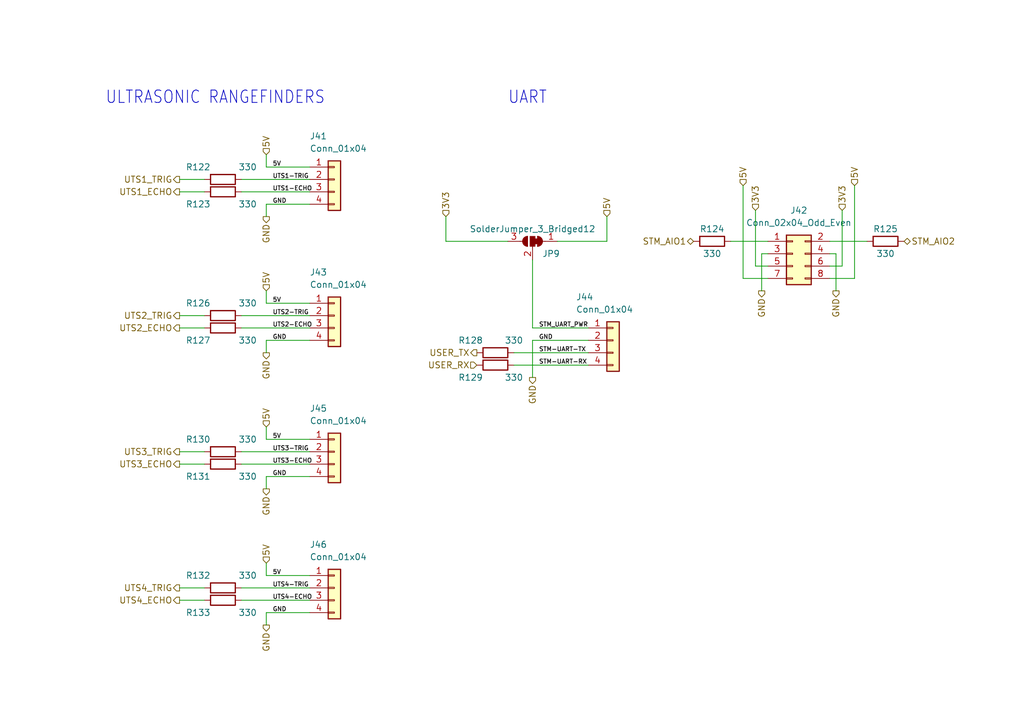
<source format=kicad_sch>
(kicad_sch (version 20211123) (generator eeschema)
  (paper "A5")
  (lib_symbols
    (symbol "Connector_Generic:Conn_01x04" (pin_names (offset 1.016) hide)
      (property "Reference" "J" (at 0 5.08 0))
      (property "Value" "Conn_01x04" (at 0 -7.62 0))
      (symbol "Conn_01x04_1_1"
        (rectangle (start -1.27 -4.953) (end 0 -5.207) (stroke (width 0.1524)))
        (rectangle (start -1.27 -2.413) (end 0 -2.667) (stroke (width 0.1524)))
        (rectangle (start -1.27 0.127) (end 0 -0.127) (stroke (width 0.1524)))
        (rectangle (start -1.27 2.667) (end 0 2.413) (stroke (width 0.1524)))
        (rectangle (start -1.27 3.81) (end 1.27 -6.35) (stroke (width 0.254)) (fill (type background)))
        (pin passive line (at -5.08 2.54 0) (length 3.81) (name "Pin_1") (number "1"))
        (pin passive line (at -5.08 0 0) (length 3.81) (name "Pin_2") (number "2"))
        (pin passive line (at -5.08 -2.54 0) (length 3.81) (name "Pin_3") (number "3"))
        (pin passive line (at -5.08 -5.08 0) (length 3.81) (name "Pin_4") (number "4"))
      )
    )
    (symbol "Connector_Generic:Conn_02x04_Odd_Even" (pin_names (offset 1.016) hide)
      (property "Reference" "J" (at 1.27 5.08 0))
      (property "Value" "Conn_02x04_Odd_Even" (at 1.27 -7.62 0))
      (symbol "Conn_02x04_Odd_Even_1_1"
        (rectangle (start -1.27 -4.953) (end 0 -5.207) (stroke (width 0.1524)))
        (rectangle (start -1.27 -2.413) (end 0 -2.667) (stroke (width 0.1524)))
        (rectangle (start -1.27 0.127) (end 0 -0.127) (stroke (width 0.1524)))
        (rectangle (start -1.27 2.667) (end 0 2.413) (stroke (width 0.1524)))
        (rectangle (start -1.27 3.81) (end 3.81 -6.35) (stroke (width 0.254)) (fill (type background)))
        (rectangle (start 3.81 -4.953) (end 2.54 -5.207) (stroke (width 0.1524)))
        (rectangle (start 3.81 -2.413) (end 2.54 -2.667) (stroke (width 0.1524)))
        (rectangle (start 3.81 0.127) (end 2.54 -0.127) (stroke (width 0.1524)))
        (rectangle (start 3.81 2.667) (end 2.54 2.413) (stroke (width 0.1524)))
        (pin passive line (at -5.08 2.54 0) (length 3.81) (name "Pin_1") (number "1"))
        (pin passive line (at 7.62 2.54 180) (length 3.81) (name "Pin_2") (number "2"))
        (pin passive line (at -5.08 0 0) (length 3.81) (name "Pin_3") (number "3"))
        (pin passive line (at 7.62 0 180) (length 3.81) (name "Pin_4") (number "4"))
        (pin passive line (at -5.08 -2.54 0) (length 3.81) (name "Pin_5") (number "5"))
        (pin passive line (at 7.62 -2.54 180) (length 3.81) (name "Pin_6") (number "6"))
        (pin passive line (at -5.08 -5.08 0) (length 3.81) (name "Pin_7") (number "7"))
        (pin passive line (at 7.62 -5.08 180) (length 3.81) (name "Pin_8") (number "8"))
      )
    )
    (symbol "Device:R" (pin_numbers hide) (pin_names (offset 0))
      (property "Reference" "R" (at 2.032 0 90))
      (property "Value" "R" (at 0 0 90))
      (symbol "R_0_1"
        (rectangle (start -1.016 -2.54) (end 1.016 2.54) (stroke (width 0.254)))
      )
      (symbol "R_1_1"
        (pin passive line (at 0 3.81 270) (length 1.27) (name "~") (number "1"))
        (pin passive line (at 0 -3.81 90) (length 1.27) (name "~") (number "2"))
      )
    )
    (symbol "Jumper:SolderJumper_3_Bridged12" (pin_names (offset 0) hide)
      (property "Reference" "JP" (at -2.54 -2.54 0))
      (property "Value" "SolderJumper_3_Bridged12" (at 0 2.794 0))
      (symbol "SolderJumper_3_Bridged12_0_1"
        (rectangle (start -1.016 0.508) (end -0.508 -0.508) (fill (type outline)))
        (arc (start -1.016 1.016) (mid -2.032 0) (end -1.016 -1.016))
        (arc (start -1.016 1.016) (mid -2.032 0) (end -1.016 -1.016) (fill (type outline)))
        (rectangle (start -0.508 1.016) (end 0.508 -1.016) (fill (type outline)))
        (polyline (pts (xy -2.54 0) (xy -2.032 0)))
        (polyline (pts (xy -1.016 1.016) (xy -1.016 -1.016)))
        (polyline (pts (xy 0 -1.27) (xy 0 -1.016)))
        (polyline (pts (xy 1.016 1.016) (xy 1.016 -1.016)))
        (polyline (pts (xy 2.54 0) (xy 2.032 0)))
        (arc (start 1.016 -1.016) (mid 2.032 0) (end 1.016 1.016))
        (arc (start 1.016 -1.016) (mid 2.032 0) (end 1.016 1.016) (fill (type outline)))
      )
      (symbol "SolderJumper_3_Bridged12_1_1"
        (pin passive line (at -5.08 0 0) (length 2.54) (name "A") (number "1"))
        (pin passive line (at 0 -3.81 90) (length 2.54) (name "C") (number "2"))
        (pin passive line (at 5.08 0 180) (length 2.54) (name "B") (number "3"))
      )
    )
  )
  (wire (pts (xy 54.61 97.79) (xy 54.61 100.33)))
  (wire (pts (xy 63.5 120.65) (xy 49.53 120.65)))
  (wire (pts (xy 157.48 54.61) (xy 154.94 54.61)))
  (wire (pts (xy 54.61 115.57) (xy 54.61 118.11)))
  (wire (pts (xy 172.72 54.61) (xy 170.18 54.61)))
  (wire (pts (xy 41.91 92.71) (xy 36.83 92.71)))
  (wire (pts (xy 120.65 67.31) (xy 109.22 67.31)))
  (wire (pts (xy 109.22 53.34) (xy 109.22 67.31)))
  (wire (pts (xy 63.5 41.91) (xy 54.61 41.91)))
  (wire (pts (xy 170.18 52.07) (xy 171.45 52.07)))
  (wire (pts (xy 124.46 44.45) (xy 124.46 49.53)))
  (wire (pts (xy 157.48 49.53) (xy 149.86 49.53)))
  (wire (pts (xy 63.5 64.77) (xy 49.53 64.77)))
  (wire (pts (xy 63.5 69.85) (xy 54.61 69.85)))
  (wire (pts (xy 63.5 67.31) (xy 49.53 67.31)))
  (wire (pts (xy 41.91 95.25) (xy 36.83 95.25)))
  (wire (pts (xy 157.48 52.07) (xy 156.21 52.07)))
  (wire (pts (xy 54.61 41.91) (xy 54.61 44.45)))
  (wire (pts (xy 172.72 43.18) (xy 172.72 54.61)))
  (wire (pts (xy 152.4 57.15) (xy 157.48 57.15)))
  (wire (pts (xy 63.5 123.19) (xy 49.53 123.19)))
  (wire (pts (xy 63.5 118.11) (xy 54.61 118.11)))
  (wire (pts (xy 41.91 67.31) (xy 36.83 67.31)))
  (wire (pts (xy 41.91 36.83) (xy 36.83 36.83)))
  (wire (pts (xy 41.91 120.65) (xy 36.83 120.65)))
  (wire (pts (xy 120.65 74.93) (xy 105.41 74.93)))
  (wire (pts (xy 124.46 49.53) (xy 114.3 49.53)))
  (wire (pts (xy 41.91 64.77) (xy 36.83 64.77)))
  (wire (pts (xy 63.5 125.73) (xy 54.61 125.73)))
  (wire (pts (xy 63.5 62.23) (xy 54.61 62.23)))
  (wire (pts (xy 63.5 90.17) (xy 54.61 90.17)))
  (wire (pts (xy 63.5 97.79) (xy 54.61 97.79)))
  (wire (pts (xy 54.61 87.63) (xy 54.61 90.17)))
  (wire (pts (xy 63.5 34.29) (xy 54.61 34.29)))
  (wire (pts (xy 171.45 52.07) (xy 171.45 59.69)))
  (wire (pts (xy 54.61 125.73) (xy 54.61 128.27)))
  (wire (pts (xy 170.18 57.15) (xy 175.26 57.15)))
  (wire (pts (xy 156.21 52.07) (xy 156.21 59.69)))
  (wire (pts (xy 154.94 54.61) (xy 154.94 43.18)))
  (wire (pts (xy 54.61 59.69) (xy 54.61 62.23)))
  (wire (pts (xy 54.61 31.75) (xy 54.61 34.29)))
  (wire (pts (xy 120.65 72.39) (xy 105.41 72.39)))
  (wire (pts (xy 91.44 49.53) (xy 104.14 49.53)))
  (wire (pts (xy 63.5 95.25) (xy 49.53 95.25)))
  (wire (pts (xy 91.44 44.45) (xy 91.44 49.53)))
  (wire (pts (xy 63.5 39.37) (xy 49.53 39.37)))
  (wire (pts (xy 175.26 57.15) (xy 175.26 38.1)))
  (wire (pts (xy 54.61 69.85) (xy 54.61 72.39)))
  (wire (pts (xy 63.5 92.71) (xy 49.53 92.71)))
  (wire (pts (xy 41.91 123.19) (xy 36.83 123.19)))
  (wire (pts (xy 170.18 49.53) (xy 177.8 49.53)))
  (wire (pts (xy 63.5 36.83) (xy 49.53 36.83)))
  (wire (pts (xy 109.22 69.85) (xy 109.22 77.47)))
  (wire (pts (xy 41.91 39.37) (xy 36.83 39.37)))
  (wire (pts (xy 152.4 38.1) (xy 152.4 57.15)))
  (wire (pts (xy 120.65 69.85) (xy 109.22 69.85)))
  (text "UART" (at 104.14 21.59 180) (effects (font (size 2.54 2.159)) (justify left bottom)))
  (text "ULTRASONIC RANGEFINDERS" (at 21.59 21.59 180) (effects (font (size 2.54 2.159)) (justify left bottom)))
  (label "UTS4-ECHO" (at 55.88 123.19 0) (effects (font (size 0.889 0.889))))
  (label "GND" (at 55.88 69.85 0) (effects (font (size 0.889 0.889))))
  (label "GND" (at 110.49 69.85 0) (effects (font (size 0.889 0.889))))
  (label "5V" (at 55.88 34.29 0) (effects (font (size 0.889 0.889))))
  (label "STM-UART-TX" (at 110.49 72.39 0) (effects (font (size 0.889 0.889))))
  (label "UTS4-TRIG" (at 55.88 120.65 0) (effects (font (size 0.889 0.889))))
  (label "UTS3-ECHO" (at 55.88 95.25 0) (effects (font (size 0.889 0.889))))
  (label "GND" (at 55.88 41.91 0) (effects (font (size 0.889 0.889))))
  (label "STM-UART-RX" (at 110.49 74.93 0) (effects (font (size 0.889 0.889))))
  (label "UTS1-ECHO" (at 55.88 39.37 0) (effects (font (size 0.889 0.889))))
  (label "5V" (at 55.88 90.17 0) (effects (font (size 0.889 0.889))))
  (label "UTS2-TRIG" (at 55.88 64.77 0) (effects (font (size 0.889 0.889))))
  (label "UTS1-TRIG" (at 55.88 36.83 0) (effects (font (size 0.889 0.889))))
  (label "UTS3-TRIG" (at 55.88 92.71 0) (effects (font (size 0.889 0.889))))
  (label "GND" (at 55.88 125.73 0) (effects (font (size 0.889 0.889))))
  (label "STM_UART_PWR" (at 110.49 67.31 0) (effects (font (size 0.889 0.889))))
  (label "GND" (at 55.88 97.79 0) (effects (font (size 0.889 0.889))))
  (label "UTS2-ECHO" (at 55.88 67.31 0) (effects (font (size 0.889 0.889))))
  (label "5V" (at 55.88 62.23 0) (effects (font (size 0.889 0.889))))
  (label "5V" (at 55.88 118.11 0) (effects (font (size 0.889 0.889))))
  (hierarchical_label "3V3" (shape input) (at 172.72 43.18 90))
  (hierarchical_label "UTS3_ECHO" (shape output) (at 36.83 95.25 180))
  (hierarchical_label "USER_RX" (shape input) (at 97.79 74.93 180))
  (hierarchical_label "5V" (shape input) (at 54.61 115.57 90))
  (hierarchical_label "GND" (shape output) (at 54.61 100.33 270))
  (hierarchical_label "UTS2_TRIG" (shape output) (at 36.83 64.77 180))
  (hierarchical_label "3V3" (shape input) (at 154.94 43.18 90))
  (hierarchical_label "UTS4_TRIG" (shape output) (at 36.83 120.65 180))
  (hierarchical_label "UTS4_ECHO" (shape output) (at 36.83 123.19 180))
  (hierarchical_label "UTS2_ECHO" (shape output) (at 36.83 67.31 180))
  (hierarchical_label "GND" (shape output) (at 171.45 59.69 270))
  (hierarchical_label "UTS1_ECHO" (shape output) (at 36.83 39.37 180))
  (hierarchical_label "5V" (shape input) (at 175.26 38.1 90))
  (hierarchical_label "GND" (shape output) (at 54.61 72.39 270))
  (hierarchical_label "5V" (shape input) (at 124.46 44.45 90))
  (hierarchical_label "5V" (shape input) (at 152.4 38.1 90))
  (hierarchical_label "USER_TX" (shape output) (at 97.79 72.39 180))
  (hierarchical_label "GND" (shape output) (at 54.61 44.45 270))
  (hierarchical_label "5V" (shape input) (at 54.61 31.75 90))
  (hierarchical_label "UTS1_TRIG" (shape output) (at 36.83 36.83 180))
  (hierarchical_label "3V3" (shape input) (at 91.44 44.45 90))
  (hierarchical_label "GND" (shape output) (at 156.21 59.69 270))
  (hierarchical_label "STM_AIO1" (shape bidirectional) (at 142.24 49.53 180))
  (hierarchical_label "GND" (shape output) (at 109.22 77.47 270))
  (hierarchical_label "GND" (shape output) (at 54.61 128.27 270))
  (hierarchical_label "UTS3_TRIG" (shape output) (at 36.83 92.71 180))
  (hierarchical_label "5V" (shape input) (at 54.61 59.69 90))
  (hierarchical_label "STM_AIO2" (shape bidirectional) (at 185.42 49.53 0))
  (hierarchical_label "5V" (shape input) (at 54.61 87.63 90))
  (symbol (lib_id "Device:R") (at 45.72 123.19 90) (unit 1)
    (property "Reference" "R133" (at 40.64 125.73 90))
    (property "Value" "330" (at 50.8 125.73 90))
    (property "Footprint" "Capacitor_SMD:C_0201_0603Metric" (effects hide))
    (property "LCSC" "C473445" (effects hide))
    (property "Basic/Extended" "E" (effects hide))
  )
  (symbol (lib_id "Device:R") (at 45.72 39.37 90) (unit 1)
    (property "Reference" "R123" (at 40.64 41.91 90))
    (property "Value" "330" (at 50.8 41.91 90))
    (property "Footprint" "Capacitor_SMD:C_0201_0603Metric" (effects hide))
    (property "LCSC" "C473445" (effects hide))
    (property "Basic/Extended" "E" (effects hide))
  )
  (symbol (lib_id "Device:R") (at 45.72 92.71 90) (unit 1)
    (property "Reference" "R130" (at 40.64 90.17 90))
    (property "Value" "330" (at 50.8 90.17 90))
    (property "Footprint" "Capacitor_SMD:C_0201_0603Metric" (effects hide))
    (property "LCSC" "C473445" (effects hide))
    (property "Basic/Extended" "E" (effects hide))
  )
  (symbol (lib_id "Connector_Generic:Conn_01x04") (at 68.58 64.77 0) (unit 1)
    (property "Reference" "J43" (at 63.5 55.88 0) (effects (justify left)))
    (property "Value" "Conn_01x04" (at 63.5 58.42 0) (effects (justify left)))
    (property "Footprint" "RBCX:PinHeader_1x04_P2.54mm_Vertical" (effects hide))
    (property "LCSC" "C124378" (effects hide))
    (property "Basic/Extended" "E" (effects hide))
  )
  (symbol (lib_id "Connector_Generic:Conn_01x04") (at 125.73 69.85 0) (unit 1)
    (property "Reference" "J44" (at 118.11 60.96 0) (effects (justify left)))
    (property "Value" "Conn_01x04" (at 118.11 63.5 0) (effects (justify left)))
    (property "Footprint" "RBCX:PinHeader_1x04_P2.54mm_Vertical" (effects hide))
    (property "LCSC" "C124378" (effects hide))
    (property "Basic/Extended" "E" (effects hide))
  )
  (symbol (lib_id "Device:R") (at 45.72 95.25 90) (unit 1)
    (property "Reference" "R131" (at 40.64 97.79 90))
    (property "Value" "330" (at 50.8 97.79 90))
    (property "Footprint" "Capacitor_SMD:C_0201_0603Metric" (effects hide))
    (property "LCSC" "C473445" (effects hide))
    (property "Basic/Extended" "E" (effects hide))
  )
  (symbol (lib_id "Device:R") (at 146.05 49.53 90) (unit 1)
    (property "Reference" "R124" (at 146.05 46.99 90))
    (property "Value" "330" (at 146.05 52.07 90))
    (property "Footprint" "Capacitor_SMD:C_0201_0603Metric" (effects hide))
    (property "LCSC" "C473445" (effects hide))
    (property "Basic/Extended" "E" (effects hide))
  )
  (symbol (lib_id "Device:R") (at 45.72 67.31 90) (unit 1)
    (property "Reference" "R127" (at 40.64 69.85 90))
    (property "Value" "330" (at 50.8 69.85 90))
    (property "Footprint" "Capacitor_SMD:C_0201_0603Metric" (effects hide))
    (property "LCSC" "C473445" (effects hide))
    (property "Basic/Extended" "E" (effects hide))
  )
  (symbol (lib_id "Device:R") (at 45.72 64.77 90) (unit 1)
    (property "Reference" "R126" (at 40.64 62.23 90))
    (property "Value" "330" (at 50.8 62.23 90))
    (property "Footprint" "Capacitor_SMD:C_0201_0603Metric" (effects hide))
    (property "LCSC" "C473445" (effects hide))
    (property "Basic/Extended" "E" (effects hide))
  )
  (symbol (lib_id "Connector_Generic:Conn_01x04") (at 68.58 36.83 0) (unit 1)
    (property "Reference" "J41" (at 63.5 27.94 0) (effects (justify left)))
    (property "Value" "Conn_01x04" (at 63.5 30.48 0) (effects (justify left)))
    (property "Footprint" "RBCX:PinHeader_1x04_P2.54mm_Vertical" (effects hide))
    (property "LCSC" "C124378" (effects hide))
    (property "Basic/Extended" "E" (effects hide))
  )
  (symbol (lib_id "Connector_Generic:Conn_01x04") (at 68.58 92.71 0) (unit 1)
    (property "Reference" "J45" (at 63.5 83.82 0) (effects (justify left)))
    (property "Value" "Conn_01x04" (at 63.5 86.36 0) (effects (justify left)))
    (property "Footprint" "RBCX:PinHeader_1x04_P2.54mm_Vertical" (effects hide))
    (property "LCSC" "C124378" (effects hide))
    (property "Basic/Extended" "E" (effects hide))
  )
  (symbol (lib_id "Device:R") (at 45.72 36.83 90) (unit 1)
    (property "Reference" "R122" (at 40.64 34.29 90))
    (property "Value" "330" (at 50.8 34.29 90))
    (property "Footprint" "Capacitor_SMD:C_0201_0603Metric" (effects hide))
    (property "LCSC" "C473445" (effects hide))
    (property "Basic/Extended" "E" (effects hide))
  )
  (symbol (lib_id "Connector_Generic:Conn_02x04_Odd_Even") (at 162.56 52.07 0) (unit 1)
    (property "Reference" "J42" (at 163.83 43.18 0))
    (property "Value" "Conn_02x04_Odd_Even" (at 163.83 45.72 0))
    (property "Footprint" "RBCX:PinHeader_2x04_P2.54mm_Vertical" (effects hide))
    (property "LCSC" "C225289" (effects hide))
    (property "Basic/Extended" "E" (effects hide))
  )
  (symbol (lib_id "Connector_Generic:Conn_01x04") (at 68.58 120.65 0) (unit 1)
    (property "Reference" "J46" (at 63.5 111.76 0) (effects (justify left)))
    (property "Value" "Conn_01x04" (at 63.5 114.3 0) (effects (justify left)))
    (property "Footprint" "RBCX:PinHeader_1x04_P2.54mm_Vertical" (effects hide))
    (property "LCSC" "C124378" (effects hide))
    (property "Basic/Extended" "E" (effects hide))
  )
  (symbol (lib_id "Jumper:SolderJumper_3_Bridged12") (at 109.22 49.53 0) (mirror y) (unit 1)
    (property "Reference" "JP9" (at 113.03 52.07 0))
    (property "Value" "SolderJumper_3_Bridged12" (at 109.22 46.99 0))
    (property "Footprint" "Jumper:SolderJumper-3_P1.3mm_Bridged12_RoundedPad1.0x1.5mm" (effects hide))
  )
  (symbol (lib_id "Device:R") (at 101.6 72.39 90) (unit 1)
    (property "Reference" "R128" (at 96.52 69.85 90))
    (property "Value" "330" (at 105.41 69.85 90))
    (property "Footprint" "Capacitor_SMD:C_0201_0603Metric" (effects hide))
    (property "LCSC" "C473445" (effects hide))
    (property "Basic/Extended" "E" (effects hide))
  )
  (symbol (lib_id "Device:R") (at 181.61 49.53 90) (unit 1)
    (property "Reference" "R125" (at 181.61 46.99 90))
    (property "Value" "330" (at 181.61 52.07 90))
    (property "Footprint" "Capacitor_SMD:C_0201_0603Metric" (effects hide))
    (property "LCSC" "C473445" (effects hide))
    (property "Basic/Extended" "E" (effects hide))
  )
  (symbol (lib_id "Device:R") (at 45.72 120.65 90) (unit 1)
    (property "Reference" "R132" (at 40.64 118.11 90))
    (property "Value" "330" (at 50.8 118.11 90))
    (property "Footprint" "Capacitor_SMD:C_0201_0603Metric" (effects hide))
    (property "LCSC" "C473445" (effects hide))
    (property "Basic/Extended" "E" (effects hide))
  )
  (symbol (lib_id "Device:R") (at 101.6 74.93 90) (unit 1)
    (property "Reference" "R129" (at 96.52 77.47 90))
    (property "Value" "330" (at 105.41 77.47 90))
    (property "Footprint" "Capacitor_SMD:C_0201_0603Metric" (effects hide))
    (property "LCSC" "C473445" (effects hide))
    (property "Basic/Extended" "E" (effects hide))
  )
)
</source>
